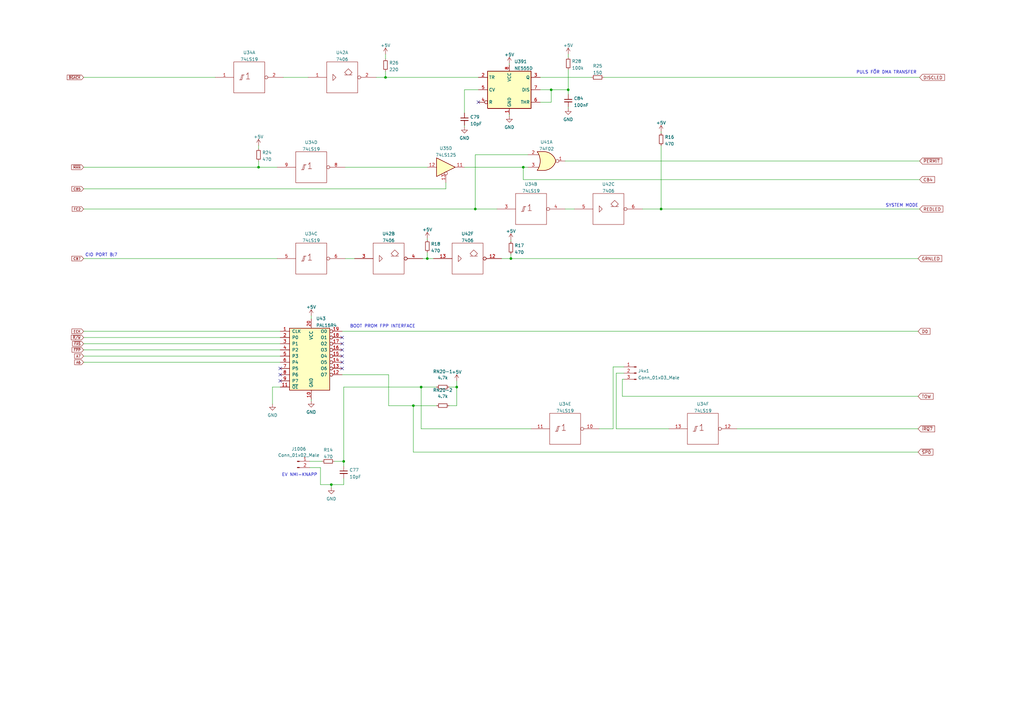
<source format=kicad_sch>
(kicad_sch (version 20211123) (generator eeschema)
  (paper "A3")
  (lib_symbols
    (symbol "74xx:74LS02" (pin_names (offset 1.016))
      (property "Reference" "U" (at 0 1.27 0))
      (property "Value" "74LS02" (at 0 -1.27 0))
      (symbol "74LS02_1_1"
        (arc (start -3.81 -3.81) (mid -2.589 0) (end -3.81 3.81) (stroke (width 0.254)))
        (arc (start -0.6096 -3.81) (mid 2.1842 -2.5851) (end 3.81 0) (stroke (width 0.254)) (fill (type background)))
        (polyline (pts (xy -3.81 -3.81) (xy -0.635 -3.81)) (stroke (width 0.254)) (fill (type background)))
        (polyline (pts (xy -3.81 3.81) (xy -0.635 3.81)) (stroke (width 0.254)) (fill (type background)))
        (polyline (pts (xy -0.635 3.81) (xy -3.81 3.81) (xy -3.81 3.81) (xy -3.556 3.4036) (xy -3.0226 2.2606) (xy -2.6924 1.0414) (xy -2.6162 -0.254) (xy -2.7686 -1.4986) (xy -3.175 -2.7178) (xy -3.81 -3.81) (xy -3.81 -3.81) (xy -0.635 -3.81)) (stroke (width -25.4)) (fill (type background)))
        (arc (start 3.81 0) (mid 2.1915 2.5936) (end -0.6096 3.81) (stroke (width 0.254)) (fill (type background)))
        (pin output inverted (at 7.62 0 180) (length 3.81) (name "~") (number "1"))
        (pin input line (at -7.62 2.54 0) (length 4.318) (name "~") (number "2"))
        (pin input line (at -7.62 -2.54 0) (length 4.318) (name "~") (number "3"))
      )
      (symbol "74LS02_1_2"
        (arc (start 0 -3.81) (mid 3.81 0) (end 0 3.81) (stroke (width 0.254)) (fill (type background)))
        (polyline (pts (xy 0 3.81) (xy -3.81 3.81) (xy -3.81 -3.81) (xy 0 -3.81)) (stroke (width 0.254)) (fill (type background)))
        (pin output line (at 7.62 0 180) (length 3.81) (name "~") (number "1"))
        (pin input inverted (at -7.62 2.54 0) (length 3.81) (name "~") (number "2"))
        (pin input inverted (at -7.62 -2.54 0) (length 3.81) (name "~") (number "3"))
      )
      (symbol "74LS02_2_1"
        (arc (start -3.81 -3.81) (mid -2.589 0) (end -3.81 3.81) (stroke (width 0.254)))
        (arc (start -0.6096 -3.81) (mid 2.1842 -2.5851) (end 3.81 0) (stroke (width 0.254)) (fill (type background)))
        (polyline (pts (xy -3.81 -3.81) (xy -0.635 -3.81)) (stroke (width 0.254)) (fill (type background)))
        (polyline (pts (xy -3.81 3.81) (xy -0.635 3.81)) (stroke (width 0.254)) (fill (type background)))
        (polyline (pts (xy -0.635 3.81) (xy -3.81 3.81) (xy -3.81 3.81) (xy -3.556 3.4036) (xy -3.0226 2.2606) (xy -2.6924 1.0414) (xy -2.6162 -0.254) (xy -2.7686 -1.4986) (xy -3.175 -2.7178) (xy -3.81 -3.81) (xy -3.81 -3.81) (xy -0.635 -3.81)) (stroke (width -25.4)) (fill (type background)))
        (arc (start 3.81 0) (mid 2.1915 2.5936) (end -0.6096 3.81) (stroke (width 0.254)) (fill (type background)))
        (pin output inverted (at 7.62 0 180) (length 3.81) (name "~") (number "4"))
        (pin input line (at -7.62 2.54 0) (length 4.318) (name "~") (number "5"))
        (pin input line (at -7.62 -2.54 0) (length 4.318) (name "~") (number "6"))
      )
      (symbol "74LS02_2_2"
        (arc (start 0 -3.81) (mid 3.81 0) (end 0 3.81) (stroke (width 0.254)) (fill (type background)))
        (polyline (pts (xy 0 3.81) (xy -3.81 3.81) (xy -3.81 -3.81) (xy 0 -3.81)) (stroke (width 0.254)) (fill (type background)))
        (pin output line (at 7.62 0 180) (length 3.81) (name "~") (number "4"))
        (pin input inverted (at -7.62 2.54 0) (length 3.81) (name "~") (number "5"))
        (pin input inverted (at -7.62 -2.54 0) (length 3.81) (name "~") (number "6"))
      )
      (symbol "74LS02_3_1"
        (arc (start -3.81 -3.81) (mid -2.589 0) (end -3.81 3.81) (stroke (width 0.254)))
        (arc (start -0.6096 -3.81) (mid 2.1842 -2.5851) (end 3.81 0) (stroke (width 0.254)) (fill (type background)))
        (polyline (pts (xy -3.81 -3.81) (xy -0.635 -3.81)) (stroke (width 0.254)) (fill (type background)))
        (polyline (pts (xy -3.81 3.81) (xy -0.635 3.81)) (stroke (width 0.254)) (fill (type background)))
        (polyline (pts (xy -0.635 3.81) (xy -3.81 3.81) (xy -3.81 3.81) (xy -3.556 3.4036) (xy -3.0226 2.2606) (xy -2.6924 1.0414) (xy -2.6162 -0.254) (xy -2.7686 -1.4986) (xy -3.175 -2.7178) (xy -3.81 -3.81) (xy -3.81 -3.81) (xy -0.635 -3.81)) (stroke (width -25.4)) (fill (type background)))
        (arc (start 3.81 0) (mid 2.1915 2.5936) (end -0.6096 3.81) (stroke (width 0.254)) (fill (type background)))
        (pin output inverted (at 7.62 0 180) (length 3.81) (name "~") (number "10"))
        (pin input line (at -7.62 2.54 0) (length 4.318) (name "~") (number "8"))
        (pin input line (at -7.62 -2.54 0) (length 4.318) (name "~") (number "9"))
      )
      (symbol "74LS02_3_2"
        (arc (start 0 -3.81) (mid 3.81 0) (end 0 3.81) (stroke (width 0.254)) (fill (type background)))
        (polyline (pts (xy 0 3.81) (xy -3.81 3.81) (xy -3.81 -3.81) (xy 0 -3.81)) (stroke (width 0.254)) (fill (type background)))
        (pin output line (at 7.62 0 180) (length 3.81) (name "~") (number "10"))
        (pin input inverted (at -7.62 2.54 0) (length 3.81) (name "~") (number "8"))
        (pin input inverted (at -7.62 -2.54 0) (length 3.81) (name "~") (number "9"))
      )
      (symbol "74LS02_4_1"
        (arc (start -3.81 -3.81) (mid -2.589 0) (end -3.81 3.81) (stroke (width 0.254)))
        (arc (start -0.6096 -3.81) (mid 2.1842 -2.5851) (end 3.81 0) (stroke (width 0.254)) (fill (type background)))
        (polyline (pts (xy -3.81 -3.81) (xy -0.635 -3.81)) (stroke (width 0.254)) (fill (type background)))
        (polyline (pts (xy -3.81 3.81) (xy -0.635 3.81)) (stroke (width 0.254)) (fill (type background)))
        (polyline (pts (xy -0.635 3.81) (xy -3.81 3.81) (xy -3.81 3.81) (xy -3.556 3.4036) (xy -3.0226 2.2606) (xy -2.6924 1.0414) (xy -2.6162 -0.254) (xy -2.7686 -1.4986) (xy -3.175 -2.7178) (xy -3.81 -3.81) (xy -3.81 -3.81) (xy -0.635 -3.81)) (stroke (width -25.4)) (fill (type background)))
        (arc (start 3.81 0) (mid 2.1915 2.5936) (end -0.6096 3.81) (stroke (width 0.254)) (fill (type background)))
        (pin input line (at -7.62 2.54 0) (length 4.318) (name "~") (number "11"))
        (pin input line (at -7.62 -2.54 0) (length 4.318) (name "~") (number "12"))
        (pin output inverted (at 7.62 0 180) (length 3.81) (name "~") (number "13"))
      )
      (symbol "74LS02_4_2"
        (arc (start 0 -3.81) (mid 3.81 0) (end 0 3.81) (stroke (width 0.254)) (fill (type background)))
        (polyline (pts (xy 0 3.81) (xy -3.81 3.81) (xy -3.81 -3.81) (xy 0 -3.81)) (stroke (width 0.254)) (fill (type background)))
        (pin input inverted (at -7.62 2.54 0) (length 3.81) (name "~") (number "11"))
        (pin input inverted (at -7.62 -2.54 0) (length 3.81) (name "~") (number "12"))
        (pin output line (at 7.62 0 180) (length 3.81) (name "~") (number "13"))
      )
      (symbol "74LS02_5_0"
        (pin power_in line (at 0 12.7 270) (length 5.08) (name "VCC") (number "14"))
        (pin power_in line (at 0 -12.7 90) (length 5.08) (name "GND") (number "7"))
      )
      (symbol "74LS02_5_1"
        (rectangle (start -5.08 7.62) (end 5.08 -7.62) (stroke (width 0.254)) (fill (type background)))
      )
    )
    (symbol "74xx:74LS125" (pin_names (offset 1.016))
      (property "Reference" "U" (at 0 1.27 0))
      (property "Value" "74LS125" (at 0 -1.27 0))
      (symbol "74LS125_1_0"
        (polyline (pts (xy -3.81 3.81) (xy -3.81 -3.81) (xy 3.81 0) (xy -3.81 3.81)) (stroke (width 0.254)) (fill (type background)))
        (pin input inverted (at 0 -6.35 90) (length 4.445) (name "~") (number "1"))
        (pin input line (at -7.62 0 0) (length 3.81) (name "~") (number "2"))
        (pin tri_state line (at 7.62 0 180) (length 3.81) (name "~") (number "3"))
      )
      (symbol "74LS125_2_0"
        (polyline (pts (xy -3.81 3.81) (xy -3.81 -3.81) (xy 3.81 0) (xy -3.81 3.81)) (stroke (width 0.254)) (fill (type background)))
        (pin input inverted (at 0 -6.35 90) (length 4.445) (name "~") (number "4"))
        (pin input line (at -7.62 0 0) (length 3.81) (name "~") (number "5"))
        (pin tri_state line (at 7.62 0 180) (length 3.81) (name "~") (number "6"))
      )
      (symbol "74LS125_3_0"
        (polyline (pts (xy -3.81 3.81) (xy -3.81 -3.81) (xy 3.81 0) (xy -3.81 3.81)) (stroke (width 0.254)) (fill (type background)))
        (pin input inverted (at 0 -6.35 90) (length 4.445) (name "~") (number "10"))
        (pin tri_state line (at 7.62 0 180) (length 3.81) (name "~") (number "8"))
        (pin input line (at -7.62 0 0) (length 3.81) (name "~") (number "9"))
      )
      (symbol "74LS125_4_0"
        (polyline (pts (xy -3.81 3.81) (xy -3.81 -3.81) (xy 3.81 0) (xy -3.81 3.81)) (stroke (width 0.254)) (fill (type background)))
        (pin tri_state line (at 7.62 0 180) (length 3.81) (name "~") (number "11"))
        (pin input line (at -7.62 0 0) (length 3.81) (name "~") (number "12"))
        (pin input inverted (at 0 -6.35 90) (length 4.445) (name "~") (number "13"))
      )
      (symbol "74LS125_5_0"
        (pin power_in line (at 0 12.7 270) (length 5.08) (name "VCC") (number "14"))
        (pin power_in line (at 0 -12.7 90) (length 5.08) (name "GND") (number "7"))
      )
      (symbol "74LS125_5_1"
        (rectangle (start -5.08 7.62) (end 5.08 -7.62) (stroke (width 0.254)) (fill (type background)))
      )
    )
    (symbol "74xx_IEEE:7406" (pin_names (offset 0.762))
      (property "Reference" "U" (at 3.81 7.62 0))
      (property "Value" "7406" (at 6.35 -8.89 0))
      (symbol "7406_0_0"
        (polyline (pts (xy -3.81 1.27) (xy -3.81 -1.27) (xy -2.54 0) (xy -3.81 1.27) (xy -3.81 1.27)))
        (polyline (pts (xy 3.048 1.016) (xy 4.064 2.032) (xy 2.54 3.556) (xy 1.016 2.032) (xy 2.032 1.016) (xy 1.016 1.016) (xy 4.064 1.016) (xy 4.064 1.016)))
      )
      (symbol "7406_0_1"
        (rectangle (start -6.35 6.35) (end 6.35 -6.35))
        (pin power_in line (at 0 6.35 270) (length 0) hide (name "Vcc") (number "14"))
        (pin power_in line (at 0 -6.35 90) (length 0) hide (name "Gnd") (number "7"))
      )
      (symbol "7406_1_1"
        (pin input line (at -13.97 0 0) (length 7.62) (name "~") (number "1"))
        (pin open_collector inverted (at 13.97 0 180) (length 7.62) (name "~") (number "2"))
      )
      (symbol "7406_2_1"
        (pin input line (at -13.97 0 0) (length 7.62) (name "~") (number "3"))
        (pin open_collector inverted (at 13.97 0 180) (length 7.62) (name "~") (number "4"))
      )
      (symbol "7406_3_1"
        (pin input line (at -13.97 0 0) (length 7.62) (name "~") (number "5"))
        (pin open_collector inverted (at 13.97 0 180) (length 7.62) (name "~") (number "6"))
      )
      (symbol "7406_4_1"
        (pin open_collector inverted (at 13.97 0 180) (length 7.62) (name "~") (number "8"))
        (pin input line (at -13.97 0 0) (length 7.62) (name "~") (number "9"))
      )
      (symbol "7406_5_1"
        (pin open_collector inverted (at 13.97 0 180) (length 7.62) (name "~") (number "10"))
        (pin input line (at -13.97 0 0) (length 7.62) (name "~") (number "11"))
      )
      (symbol "7406_6_1"
        (pin open_collector inverted (at 13.97 0 180) (length 7.62) (name "~") (number "12"))
        (pin input line (at -13.97 0 0) (length 7.62) (name "~") (number "13"))
      )
    )
    (symbol "74xx_IEEE:74LS19" (pin_names (offset 0.762))
      (property "Reference" "U" (at 3.81 7.62 0))
      (property "Value" "74LS19" (at 5.08 -7.62 0))
      (symbol "74LS19_0_0"
        (polyline (pts (xy -4.064 -1.016) (xy -3.048 -1.016) (xy -2.54 1.016) (xy -2.032 1.016) (xy -3.048 1.016) (xy -3.556 -1.016) (xy -3.556 -1.016)))
        (text "1" (at -0.508 0.508 0) (effects (font (size 2.54 2.54))))
      )
      (symbol "74LS19_0_1"
        (rectangle (start -6.35 6.35) (end 6.35 -6.35))
        (pin power_in line (at 0 6.35 270) (length 0) hide (name "Vcc") (number "14"))
        (pin power_in line (at 0 -6.35 90) (length 0) hide (name "Gnd") (number "7"))
      )
      (symbol "74LS19_1_1"
        (pin input line (at -13.97 0 0) (length 7.62) (name "~") (number "1"))
        (pin output inverted (at 13.97 0 180) (length 7.62) (name "~") (number "2"))
      )
      (symbol "74LS19_2_1"
        (pin input line (at -13.97 0 0) (length 7.62) (name "~") (number "3"))
        (pin output inverted (at 13.97 0 180) (length 7.62) (name "~") (number "4"))
      )
      (symbol "74LS19_3_1"
        (pin input line (at -13.97 0 0) (length 7.62) (name "~") (number "5"))
        (pin output inverted (at 13.97 0 180) (length 7.62) (name "~") (number "6"))
      )
      (symbol "74LS19_4_1"
        (pin output inverted (at 13.97 0 180) (length 7.62) (name "~") (number "8"))
        (pin input line (at -13.97 0 0) (length 7.62) (name "~") (number "9"))
      )
      (symbol "74LS19_5_1"
        (pin output inverted (at 13.97 0 180) (length 7.62) (name "~") (number "10"))
        (pin input line (at -13.97 0 0) (length 7.62) (name "~") (number "11"))
      )
      (symbol "74LS19_6_1"
        (pin output inverted (at 13.97 0 180) (length 7.62) (name "~") (number "12"))
        (pin input line (at -13.97 0 0) (length 7.62) (name "~") (number "13"))
      )
    )
    (symbol "Connector:Conn_01x02_Male" (pin_names (offset 1.016) hide)
      (property "Reference" "J" (at 0 2.54 0))
      (property "Value" "Conn_01x02_Male" (at 0 -5.08 0))
      (symbol "Conn_01x02_Male_1_1"
        (polyline (pts (xy 1.27 -2.54) (xy 0.8636 -2.54)) (stroke (width 0.1524)))
        (polyline (pts (xy 1.27 0) (xy 0.8636 0)) (stroke (width 0.1524)))
        (rectangle (start 0.8636 -2.413) (end 0 -2.667) (stroke (width 0.1524)) (fill (type outline)))
        (rectangle (start 0.8636 0.127) (end 0 -0.127) (stroke (width 0.1524)) (fill (type outline)))
        (pin passive line (at 5.08 0 180) (length 3.81) (name "Pin_1") (number "1"))
        (pin passive line (at 5.08 -2.54 180) (length 3.81) (name "Pin_2") (number "2"))
      )
    )
    (symbol "Connector:Conn_01x03_Male" (pin_names (offset 1.016) hide)
      (property "Reference" "J" (at 0 5.08 0))
      (property "Value" "Conn_01x03_Male" (at 0 -5.08 0))
      (symbol "Conn_01x03_Male_1_1"
        (polyline (pts (xy 1.27 -2.54) (xy 0.8636 -2.54)) (stroke (width 0.1524)))
        (polyline (pts (xy 1.27 0) (xy 0.8636 0)) (stroke (width 0.1524)))
        (polyline (pts (xy 1.27 2.54) (xy 0.8636 2.54)) (stroke (width 0.1524)))
        (rectangle (start 0.8636 -2.413) (end 0 -2.667) (stroke (width 0.1524)) (fill (type outline)))
        (rectangle (start 0.8636 0.127) (end 0 -0.127) (stroke (width 0.1524)) (fill (type outline)))
        (rectangle (start 0.8636 2.667) (end 0 2.413) (stroke (width 0.1524)) (fill (type outline)))
        (pin passive line (at 5.08 2.54 180) (length 3.81) (name "Pin_1") (number "1"))
        (pin passive line (at 5.08 0 180) (length 3.81) (name "Pin_2") (number "2"))
        (pin passive line (at 5.08 -2.54 180) (length 3.81) (name "Pin_3") (number "3"))
      )
    )
    (symbol "Device:C_Small" (pin_numbers hide) (pin_names (offset 0.254) hide)
      (property "Reference" "C" (at 0.254 1.778 0))
      (property "Value" "C_Small" (at 0.254 -2.032 0))
      (symbol "C_Small_0_1"
        (polyline (pts (xy -1.524 -0.508) (xy 1.524 -0.508)) (stroke (width 0.3302)))
        (polyline (pts (xy -1.524 0.508) (xy 1.524 0.508)) (stroke (width 0.3048)))
      )
      (symbol "C_Small_1_1"
        (pin passive line (at 0 2.54 270) (length 2.032) (name "~") (number "1"))
        (pin passive line (at 0 -2.54 90) (length 2.032) (name "~") (number "2"))
      )
    )
    (symbol "Device:R_Small" (pin_numbers hide) (pin_names (offset 0.254) hide)
      (property "Reference" "R" (at 0.762 0.508 0))
      (property "Value" "R_Small" (at 0.762 -1.016 0))
      (symbol "R_Small_0_1"
        (rectangle (start -0.762 1.778) (end 0.762 -1.778) (stroke (width 0.2032)))
      )
      (symbol "R_Small_1_1"
        (pin passive line (at 0 2.54 270) (length 0.762) (name "~") (number "1"))
        (pin passive line (at 0 -2.54 90) (length 0.762) (name "~") (number "2"))
      )
    )
    (symbol "Timer:NE555D"
      (property "Reference" "U" (at -10.16 8.89 0))
      (property "Value" "NE555D" (at 2.54 8.89 0))
      (symbol "NE555D_0_0"
        (pin power_in line (at 0 -10.16 90) (length 2.54) (name "GND") (number "1"))
        (pin power_in line (at 0 10.16 270) (length 2.54) (name "VCC") (number "8"))
      )
      (symbol "NE555D_0_1"
        (rectangle (start -8.89 -7.62) (end 8.89 7.62) (stroke (width 0.254)) (fill (type background)))
        (rectangle (start -8.89 -7.62) (end 8.89 7.62) (stroke (width 0.254)) (fill (type background)))
      )
      (symbol "NE555D_1_1"
        (pin input line (at -12.7 5.08 0) (length 3.81) (name "TR") (number "2"))
        (pin output line (at 12.7 5.08 180) (length 3.81) (name "Q") (number "3"))
        (pin input inverted (at -12.7 -5.08 0) (length 3.81) (name "R") (number "4"))
        (pin input line (at -12.7 0 0) (length 3.81) (name "CV") (number "5"))
        (pin input line (at 12.7 -5.08 180) (length 3.81) (name "THR") (number "6"))
        (pin input line (at 12.7 0 180) (length 3.81) (name "DIS") (number "7"))
      )
    )
    (symbol "power:+5V" (power) (pin_names (offset 0))
      (property "Value" "+5V" (at 0 3.556 0))
      (symbol "+5V_0_1"
        (polyline (pts (xy -0.762 1.27) (xy 0 2.54)))
        (polyline (pts (xy 0 0) (xy 0 2.54)))
        (polyline (pts (xy 0 2.54) (xy 0.762 1.27)))
      )
      (symbol "+5V_1_1"
        (pin power_in line (at 0 0 90) (length 0) hide (name "+5V") (number "1"))
      )
    )
    (symbol "power:GND" (power) (pin_names (offset 0))
      (property "Value" "GND" (at 0 -3.81 0))
      (symbol "GND_0_1"
        (polyline (pts (xy 0 0) (xy 0 -1.27) (xy 1.27 -1.27) (xy 0 -2.54) (xy -1.27 -1.27) (xy 0 -1.27)))
      )
      (symbol "GND_1_1"
        (pin power_in line (at 0 0 270) (length 0) hide (name "GND") (number "1"))
      )
    )
    (symbol "x37:PAL16R4" (pin_names (offset 1.016))
      (property "Reference" "U" (at -8.89 16.51 0))
      (property "Value" "PAL16R4" (at 1.27 16.51 0))
      (symbol "PAL16R4_0_0"
        (pin power_in line (at 0 -15.24 90) (length 3.81) (name "GND") (number "10"))
        (pin power_in line (at 0 17.78 270) (length 3.81) (name "VCC") (number "20"))
      )
      (symbol "PAL16R4_0_1"
        (rectangle (start -8.89 13.97) (end 7.62 -11.43) (stroke (width 0.254)) (fill (type background)))
      )
      (symbol "PAL16R4_1_1"
        (pin input line (at -12.7 12.7 0) (length 3.81) (name "CLK") (number "1"))
        (pin input line (at -12.7 -10.16 0) (length 3.81) (name "~{OE}") (number "11"))
        (pin tri_state inverted (at 12.7 -5.08 180) (length 5.08) (name "O7") (number "12"))
        (pin tri_state inverted (at 12.7 -2.54 180) (length 5.08) (name "O6") (number "13"))
        (pin tri_state inverted (at 12.7 0 180) (length 5.08) (name "O5") (number "14"))
        (pin tri_state inverted (at 12.7 2.54 180) (length 5.08) (name "O4") (number "15"))
        (pin tri_state inverted (at 12.7 5.08 180) (length 5.08) (name "O3") (number "16"))
        (pin tri_state inverted (at 12.7 7.62 180) (length 5.08) (name "O2") (number "17"))
        (pin tri_state inverted (at 12.7 10.16 180) (length 5.08) (name "O1") (number "18"))
        (pin tri_state inverted (at 12.7 12.7 180) (length 5.08) (name "O0") (number "19"))
        (pin input line (at -12.7 10.16 0) (length 3.81) (name "P0") (number "2"))
        (pin input line (at -12.7 7.62 0) (length 3.81) (name "P1") (number "3"))
        (pin input line (at -12.7 5.08 0) (length 3.81) (name "P2") (number "4"))
        (pin input line (at -12.7 2.54 0) (length 3.81) (name "P3") (number "5"))
        (pin input line (at -12.7 0 0) (length 3.81) (name "P4") (number "6"))
        (pin input line (at -12.7 -2.54 0) (length 3.81) (name "P5") (number "7"))
        (pin input line (at -12.7 -5.08 0) (length 3.81) (name "P6") (number "8"))
        (pin input line (at -12.7 -7.62 0) (length 3.81) (name "P7") (number "9"))
      )
    )
  )
  (junction (at 233.045 36.83))
  (junction (at 209.55 106.045))
  (junction (at 194.945 85.725))
  (junction (at 106.045 68.58))
  (junction (at 172.72 158.75))
  (junction (at 187.325 158.75))
  (junction (at 271.145 85.725))
  (junction (at 214.63 68.58))
  (junction (at 158.115 31.75))
  (junction (at 140.97 189.23))
  (junction (at 135.89 198.755))
  (junction (at 175.26 106.045))
  (junction (at 226.06 36.83))
  (junction (at 169.545 166.37))
  (no_connect (at 140.335 143.51))
  (no_connect (at 140.335 138.43))
  (no_connect (at 140.335 146.05))
  (no_connect (at 196.215 41.91))
  (no_connect (at 114.935 153.67))
  (no_connect (at 114.935 151.13))
  (no_connect (at 140.335 151.13))
  (no_connect (at 140.335 140.97))
  (no_connect (at 140.335 148.59))
  (no_connect (at 114.935 156.21))
  (wire (pts (xy 158.115 31.75) (xy 158.115 29.21)))
  (wire (pts (xy 233.045 36.83) (xy 233.045 38.735)))
  (wire (pts (xy 190.5 51.435) (xy 190.5 52.07)))
  (wire (pts (xy 172.72 175.895) (xy 217.805 175.895)))
  (wire (pts (xy 127.635 163.83) (xy 127.635 164.465)))
  (wire (pts (xy 34.29 140.97) (xy 114.935 140.97)))
  (wire (pts (xy 175.26 103.505) (xy 175.26 106.045)))
  (wire (pts (xy 252.73 175.895) (xy 274.32 175.895)))
  (wire (pts (xy 34.29 143.51) (xy 114.935 143.51)))
  (wire (pts (xy 252.73 153.035) (xy 252.73 175.895)))
  (wire (pts (xy 140.97 189.23) (xy 140.97 158.75)))
  (wire (pts (xy 34.29 31.75) (xy 88.265 31.75)))
  (wire (pts (xy 34.29 68.58) (xy 106.045 68.58)))
  (wire (pts (xy 255.27 155.575) (xy 255.27 162.56)))
  (wire (pts (xy 187.325 166.37) (xy 187.325 158.75)))
  (wire (pts (xy 271.145 59.69) (xy 271.145 85.725)))
  (wire (pts (xy 209.55 98.425) (xy 209.55 99.06)))
  (wire (pts (xy 302.26 175.895) (xy 376.555 175.895)))
  (wire (pts (xy 169.545 166.37) (xy 179.07 166.37)))
  (wire (pts (xy 106.045 66.04) (xy 106.045 68.58)))
  (wire (pts (xy 194.945 63.5) (xy 216.535 63.5)))
  (wire (pts (xy 34.29 106.045) (xy 113.665 106.045)))
  (wire (pts (xy 184.15 158.75) (xy 187.325 158.75)))
  (wire (pts (xy 141.605 106.045) (xy 145.415 106.045)))
  (wire (pts (xy 140.97 189.23) (xy 140.97 191.135)))
  (wire (pts (xy 116.205 31.75) (xy 126.365 31.75)))
  (wire (pts (xy 154.305 31.75) (xy 158.115 31.75)))
  (wire (pts (xy 140.335 135.89) (xy 376.555 135.89)))
  (wire (pts (xy 190.5 36.83) (xy 196.215 36.83)))
  (wire (pts (xy 172.72 158.75) (xy 179.07 158.75)))
  (wire (pts (xy 135.89 198.755) (xy 140.97 198.755)))
  (wire (pts (xy 377.19 73.66) (xy 214.63 73.66)))
  (wire (pts (xy 106.045 68.58) (xy 113.665 68.58)))
  (wire (pts (xy 231.775 85.725) (xy 235.585 85.725)))
  (wire (pts (xy 271.145 85.725) (xy 377.19 85.725)))
  (wire (pts (xy 233.045 22.225) (xy 233.045 23.495)))
  (wire (pts (xy 127 189.23) (xy 132.08 189.23)))
  (wire (pts (xy 141.605 68.58) (xy 175.26 68.58)))
  (wire (pts (xy 233.045 43.815) (xy 233.045 44.45)))
  (wire (pts (xy 34.29 148.59) (xy 114.935 148.59)))
  (wire (pts (xy 135.89 198.755) (xy 135.89 200.025)))
  (wire (pts (xy 175.26 106.045) (xy 177.8 106.045)))
  (wire (pts (xy 140.97 158.75) (xy 172.72 158.75)))
  (wire (pts (xy 226.06 41.91) (xy 221.615 41.91)))
  (wire (pts (xy 208.915 26.035) (xy 208.915 26.67)))
  (wire (pts (xy 194.945 85.725) (xy 203.835 85.725)))
  (wire (pts (xy 255.905 155.575) (xy 255.27 155.575)))
  (wire (pts (xy 137.16 189.23) (xy 140.97 189.23)))
  (wire (pts (xy 184.15 166.37) (xy 187.325 166.37)))
  (wire (pts (xy 127.635 129.54) (xy 127.635 130.81)))
  (wire (pts (xy 158.115 31.75) (xy 196.215 31.75)))
  (wire (pts (xy 209.55 106.045) (xy 376.555 106.045)))
  (wire (pts (xy 169.545 185.42) (xy 376.555 185.42)))
  (wire (pts (xy 214.63 68.58) (xy 214.63 73.66)))
  (wire (pts (xy 34.29 85.725) (xy 194.945 85.725)))
  (wire (pts (xy 34.29 135.89) (xy 114.935 135.89)))
  (wire (pts (xy 182.88 77.47) (xy 34.29 77.47)))
  (wire (pts (xy 226.06 36.83) (xy 226.06 41.91)))
  (wire (pts (xy 245.745 175.895) (xy 251.46 175.895)))
  (wire (pts (xy 173.355 106.045) (xy 175.26 106.045)))
  (wire (pts (xy 190.5 68.58) (xy 214.63 68.58)))
  (wire (pts (xy 131.445 198.755) (xy 135.89 198.755)))
  (wire (pts (xy 226.06 36.83) (xy 233.045 36.83)))
  (wire (pts (xy 194.945 63.5) (xy 194.945 85.725)))
  (wire (pts (xy 172.72 158.75) (xy 172.72 175.895)))
  (wire (pts (xy 247.65 31.75) (xy 377.19 31.75)))
  (wire (pts (xy 231.775 66.04) (xy 377.19 66.04)))
  (wire (pts (xy 209.55 106.045) (xy 209.55 104.14)))
  (wire (pts (xy 251.46 150.495) (xy 255.905 150.495)))
  (wire (pts (xy 190.5 46.355) (xy 190.5 36.83)))
  (wire (pts (xy 233.045 28.575) (xy 233.045 36.83)))
  (wire (pts (xy 106.045 59.69) (xy 106.045 60.96)))
  (wire (pts (xy 158.115 22.225) (xy 158.115 24.13)))
  (wire (pts (xy 34.29 146.05) (xy 114.935 146.05)))
  (wire (pts (xy 187.325 158.75) (xy 187.325 156.21)))
  (wire (pts (xy 255.905 153.035) (xy 252.73 153.035)))
  (wire (pts (xy 263.525 85.725) (xy 271.145 85.725)))
  (wire (pts (xy 34.29 138.43) (xy 114.935 138.43)))
  (wire (pts (xy 159.385 166.37) (xy 169.545 166.37)))
  (wire (pts (xy 205.74 106.045) (xy 209.55 106.045)))
  (wire (pts (xy 182.88 74.93) (xy 182.88 77.47)))
  (wire (pts (xy 214.63 68.58) (xy 216.535 68.58)))
  (wire (pts (xy 221.615 36.83) (xy 226.06 36.83)))
  (wire (pts (xy 221.615 31.75) (xy 242.57 31.75)))
  (wire (pts (xy 251.46 175.895) (xy 251.46 150.495)))
  (wire (pts (xy 131.445 191.77) (xy 131.445 198.755)))
  (wire (pts (xy 255.27 162.56) (xy 376.555 162.56)))
  (wire (pts (xy 127 191.77) (xy 131.445 191.77)))
  (wire (pts (xy 140.335 153.67) (xy 159.385 153.67)))
  (wire (pts (xy 208.915 46.99) (xy 208.915 47.625)))
  (wire (pts (xy 111.76 165.735) (xy 111.76 158.75)))
  (wire (pts (xy 111.76 158.75) (xy 114.935 158.75)))
  (wire (pts (xy 159.385 153.67) (xy 159.385 166.37)))
  (wire (pts (xy 169.545 166.37) (xy 169.545 185.42)))
  (wire (pts (xy 175.26 97.79) (xy 175.26 98.425)))
  (wire (pts (xy 140.97 198.755) (xy 140.97 196.215)))
  (wire (pts (xy 271.145 53.975) (xy 271.145 54.61)))
  (text "EV NMI-KNAPP" (at 115.57 195.58 0) (effects (font (size 1.27 1.27)) (justify left bottom)))
  (text "BOOT PROM FPP INTERFACE" (at 143.51 134.62 0) (effects (font (size 1.27 1.27)) (justify left bottom)))
  (text "PULS FÖR DMA TRANSFER" (at 351.155 30.48 0) (effects (font (size 1.27 1.27)) (justify left bottom)))
  (text "CIO PORT B:7" (at 34.925 105.41 0) (effects (font (size 1.27 1.27)) (justify left bottom)))
  (text "SYSTEM MODE" (at 363.22 85.09 0) (effects (font (size 1.27 1.27)) (justify left bottom)))
  (global_label "TOW" (shape input) (at 376.555 162.56 0) (property "Intersheet References" "${INTERSHEET_REFS}" (effects hide)))
  (global_label "A7" (shape input) (at 34.29 146.05 180) (effects (font (size 1 1))) (property "Intersheet References" "${INTERSHEET_REFS}" (effects hide)))
  (global_label "~{FPP}" (shape input) (at 34.29 143.51 180) (effects (font (size 1 1))) (property "Intersheet References" "${INTERSHEET_REFS}" (effects hide)))
  (global_label "FC2" (shape input) (at 34.29 85.725 180) (effects (font (size 1 1))) (property "Intersheet References" "${INTERSHEET_REFS}" (effects hide)))
  (global_label "ECK" (shape input) (at 34.29 135.89 180) (effects (font (size 1 1))) (property "Intersheet References" "${INTERSHEET_REFS}" (effects hide)))
  (global_label "CB5" (shape input) (at 34.29 77.47 180) (effects (font (size 1 1))) (property "Intersheet References" "${INTERSHEET_REFS}" (effects hide)))
  (global_label "~{PERMIT}" (shape input) (at 377.19 66.04 0) (property "Intersheet References" "${INTERSHEET_REFS}" (effects hide)))
  (global_label "REDLED" (shape input) (at 377.19 85.725 0) (property "Intersheet References" "${INTERSHEET_REFS}" (effects hide)))
  (global_label "~{IRQ7}" (shape input) (at 376.555 175.895 0) (property "Intersheet References" "${INTERSHEET_REFS}" (effects hide)))
  (global_label "A6" (shape input) (at 34.29 148.59 180) (effects (font (size 1 1))) (property "Intersheet References" "${INTERSHEET_REFS}" (effects hide)))
  (global_label "~{SP0}" (shape input) (at 376.555 185.42 0) (property "Intersheet References" "${INTERSHEET_REFS}" (effects hide)))
  (global_label "~{FAS}" (shape input) (at 34.29 140.97 180) (effects (font (size 1 1))) (property "Intersheet References" "${INTERSHEET_REFS}" (effects hide)))
  (global_label "~{MAN}" (shape input) (at 34.29 68.58 180) (effects (font (size 1 1))) (property "Intersheet References" "${INTERSHEET_REFS}" (effects hide)))
  (global_label "GRNLED" (shape input) (at 376.555 106.045 0) (property "Intersheet References" "${INTERSHEET_REFS}" (effects hide)))
  (global_label "CB7" (shape input) (at 34.29 106.045 180) (effects (font (size 1 1))) (property "Intersheet References" "${INTERSHEET_REFS}" (effects hide)))
  (global_label "DISCLED" (shape input) (at 377.19 31.75 0) (property "Intersheet References" "${INTERSHEET_REFS}" (effects hide)))
  (global_label "~{BGACK}" (shape input) (at 34.29 31.75 180) (effects (font (size 1 1))) (property "Intersheet References" "${INTERSHEET_REFS}" (effects hide)))
  (global_label "CB4" (shape input) (at 377.19 73.66 0) (property "Intersheet References" "${INTERSHEET_REFS}" (effects hide)))
  (global_label "~{R{slash}W}" (shape input) (at 34.29 138.43 180) (effects (font (size 1 1))) (property "Intersheet References" "${INTERSHEET_REFS}" (effects hide)))
  (global_label "D0" (shape input) (at 376.555 135.89 0) (property "Intersheet References" "${INTERSHEET_REFS}" (effects hide)))
  (symbol (lib_id "Device:C_Small") (at 140.97 193.675 0) (unit 1)
    (property "Reference" "C77" (at 143.2941 192.7728 0) (effects (justify left)))
    (property "Value" "10pF" (at 143.2941 195.5479 0) (effects (justify left)))
    (property "Footprint" "Capacitor_SMD:C_0402_1005Metric" (effects hide))
  )
  (symbol (lib_id "74xx_IEEE:74LS19") (at 127.635 68.58 0) (unit 4)
    (property "Reference" "U34" (at 127.635 58.3905 0))
    (property "Value" "74LS19" (at 127.635 61.1656 0))
    (property "Footprint" "Package_DIP:DIP-14_W7.62mm" (effects hide))
  )
  (symbol (lib_id "74xx:74LS02") (at 224.155 66.04 0) (unit 1)
    (property "Reference" "U41" (at 224.155 58.2635 0))
    (property "Value" "74F02" (at 224.155 61.0386 0))
    (property "Footprint" "Package_DIP:DIP-14_W7.62mm" (effects hide))
    (property "Datasheet" "http://www.ti.com/lit/gpn/sn74ls02" (effects hide))
  )
  (symbol (lib_id "74xx_IEEE:74LS19") (at 288.29 175.895 0) (unit 6)
    (property "Reference" "U34" (at 288.29 165.7055 0))
    (property "Value" "74LS19" (at 288.29 168.4806 0))
    (property "Footprint" "Package_DIP:DIP-14_W7.62mm" (effects hide))
  )
  (symbol (lib_id "74xx_IEEE:7406") (at 191.77 106.045 0) (unit 6)
    (property "Reference" "U42" (at 191.77 95.8555 0))
    (property "Value" "7406" (at 191.77 98.6306 0))
    (property "Footprint" "Package_DIP:DIP-14_W7.62mm" (effects hide))
  )
  (symbol (lib_id "power:+5V") (at 175.26 97.79 0) (unit 1)
    (property "Reference" "#PWR0184" (effects hide))
    (property "Value" "+5V" (at 175.26 94.1855 0))
  )
  (symbol (lib_id "Device:R_Small") (at 134.62 189.23 90) (unit 1)
    (property "Reference" "R14" (at 134.62 184.5269 90))
    (property "Value" "470" (at 134.62 187.302 90))
    (property "Footprint" "Resistor_SMD:R_0402_1005Metric" (effects hide))
  )
  (symbol (lib_id "power:GND") (at 135.89 200.025 0) (unit 1)
    (property "Reference" "#PWR0189" (effects hide))
    (property "Value" "GND" (at 135.89 204.5875 0))
  )
  (symbol (lib_id "power:+5V") (at 187.325 156.21 0) (unit 1)
    (property "Reference" "#PWR0186" (effects hide))
    (property "Value" "+5V" (at 187.325 152.6055 0))
  )
  (symbol (lib_id "power:+5V") (at 127.635 129.54 0) (unit 1)
    (property "Reference" "#PWR0185" (effects hide))
    (property "Value" "+5V" (at 127.635 125.9355 0))
  )
  (symbol (lib_id "74xx_IEEE:7406") (at 140.335 31.75 0) (unit 1)
    (property "Reference" "U42" (at 140.335 21.5605 0))
    (property "Value" "7406" (at 140.335 24.3356 0))
    (property "Footprint" "Package_DIP:DIP-14_W7.62mm" (effects hide))
  )
  (symbol (lib_id "power:GND") (at 111.76 165.735 0) (unit 1)
    (property "Reference" "#PWR0187" (effects hide))
    (property "Value" "GND" (at 111.76 170.2975 0))
  )
  (symbol (lib_id "Device:R_Small") (at 106.045 63.5 0) (unit 1)
    (property "Reference" "R24" (at 107.5436 62.5915 0) (effects (justify left)))
    (property "Value" "470" (at 107.5436 65.3666 0) (effects (justify left)))
    (property "Footprint" "Resistor_SMD:R_0402_1005Metric" (effects hide))
  )
  (symbol (lib_id "Device:R_Small") (at 209.55 101.6 0) (unit 1)
    (property "Reference" "R17" (at 211.0486 100.6915 0) (effects (justify left)))
    (property "Value" "470" (at 211.0486 103.4666 0) (effects (justify left)))
    (property "Footprint" "Resistor_SMD:R_0402_1005Metric" (effects hide))
  )
  (symbol (lib_id "Device:R_Small") (at 181.61 158.75 90) (unit 1)
    (property "Reference" "RN20-1" (at 181.61 152.4 90))
    (property "Value" "4.7k" (at 181.61 154.94 90))
    (property "Footprint" "Resistor_SMD:R_0402_1005Metric" (effects hide))
  )
  (symbol (lib_id "power:+5V") (at 233.045 22.225 0) (unit 1)
    (property "Reference" "#PWR0178" (effects hide))
    (property "Value" "+5V" (at 233.045 18.6205 0))
  )
  (symbol (lib_id "74xx_IEEE:74LS19") (at 231.775 175.895 0) (unit 5)
    (property "Reference" "U34" (at 231.775 165.7055 0))
    (property "Value" "74LS19" (at 231.775 168.4806 0))
    (property "Footprint" "Package_DIP:DIP-14_W7.62mm" (effects hide))
  )
  (symbol (lib_id "Device:R_Small") (at 245.11 31.75 90) (unit 1)
    (property "Reference" "R25" (at 245.11 27.0469 90))
    (property "Value" "150" (at 245.11 29.822 90))
    (property "Footprint" "Resistor_SMD:R_0402_1005Metric" (effects hide))
  )
  (symbol (lib_id "74xx_IEEE:74LS19") (at 127.635 106.045 0) (unit 3)
    (property "Reference" "U34" (at 127.635 95.8555 0))
    (property "Value" "74LS19" (at 127.635 98.6306 0))
    (property "Footprint" "Package_DIP:DIP-14_W7.62mm" (effects hide))
  )
  (symbol (lib_id "74xx_IEEE:74LS19") (at 217.805 85.725 0) (unit 2)
    (property "Reference" "U34" (at 217.805 75.5355 0))
    (property "Value" "74LS19" (at 217.805 78.3106 0))
    (property "Footprint" "Package_DIP:DIP-14_W7.62mm" (effects hide))
  )
  (symbol (lib_id "Connector:Conn_01x03_Male") (at 260.985 153.035 0) (mirror y) (unit 1)
    (property "Reference" "J4x1" (at 261.6962 152.1265 0) (effects (justify right)))
    (property "Value" "Conn_01x03_Male" (at 261.6962 154.9016 0) (effects (justify right)))
  )
  (symbol (lib_id "Device:C_Small") (at 190.5 48.895 0) (unit 1)
    (property "Reference" "C79" (at 192.8241 47.9928 0) (effects (justify left)))
    (property "Value" "10pF" (at 192.8241 50.7679 0) (effects (justify left)))
    (property "Footprint" "Capacitor_SMD:C_0402_1005Metric" (effects hide))
  )
  (symbol (lib_id "74xx_IEEE:74LS19") (at 102.235 31.75 0) (unit 1)
    (property "Reference" "U34" (at 102.235 21.5605 0))
    (property "Value" "74LS19" (at 102.235 24.3356 0))
    (property "Footprint" "Package_DIP:DIP-14_W7.62mm" (effects hide))
  )
  (symbol (lib_id "power:GND") (at 190.5 52.07 0) (unit 1)
    (property "Reference" "#PWR0183" (effects hide))
    (property "Value" "GND" (at 190.5 56.6325 0))
  )
  (symbol (lib_id "power:+5V") (at 158.115 22.225 0) (unit 1)
    (property "Reference" "#PWR0182" (effects hide))
    (property "Value" "+5V" (at 158.115 18.6205 0))
  )
  (symbol (lib_id "power:GND") (at 127.635 164.465 0) (unit 1)
    (property "Reference" "#PWR0188" (effects hide))
    (property "Value" "GND" (at 127.635 169.0275 0))
  )
  (symbol (lib_id "power:GND") (at 208.915 47.625 0) (unit 1)
    (property "Reference" "#PWR0176" (effects hide))
    (property "Value" "GND" (at 208.915 52.1875 0))
  )
  (symbol (lib_id "power:GND") (at 233.045 44.45 0) (unit 1)
    (property "Reference" "#PWR0180" (effects hide))
    (property "Value" "GND" (at 233.045 49.0125 0))
  )
  (symbol (lib_id "Device:C_Small") (at 233.045 41.275 0) (unit 1)
    (property "Reference" "C84" (at 235.3691 40.3728 0) (effects (justify left)))
    (property "Value" "100nF" (at 235.3691 43.1479 0) (effects (justify left)))
    (property "Footprint" "Capacitor_SMD:C_0402_1005Metric" (effects hide))
  )
  (symbol (lib_id "Device:R_Small") (at 175.26 100.965 0) (unit 1)
    (property "Reference" "R18" (at 176.7586 100.0565 0) (effects (justify left)))
    (property "Value" "470" (at 176.7586 102.8316 0) (effects (justify left)))
    (property "Footprint" "Resistor_SMD:R_0402_1005Metric" (effects hide))
  )
  (symbol (lib_id "power:+5V") (at 208.915 26.035 0) (unit 1)
    (property "Reference" "#PWR0177" (effects hide))
    (property "Value" "+5V" (at 208.915 22.4305 0))
  )
  (symbol (lib_id "Device:R_Small") (at 271.145 57.15 0) (unit 1)
    (property "Reference" "R16" (at 272.6436 56.2415 0) (effects (justify left)))
    (property "Value" "470" (at 272.6436 59.0166 0) (effects (justify left)))
    (property "Footprint" "Resistor_SMD:R_0402_1005Metric" (effects hide))
  )
  (symbol (lib_id "74xx_IEEE:7406") (at 159.385 106.045 0) (unit 2)
    (property "Reference" "U42" (at 159.385 95.8555 0))
    (property "Value" "7406" (at 159.385 98.6306 0))
    (property "Footprint" "Package_DIP:DIP-14_W7.62mm" (effects hide))
  )
  (symbol (lib_id "power:+5V") (at 271.145 53.975 0) (unit 1)
    (property "Reference" "#PWR0181" (effects hide))
    (property "Value" "+5V" (at 271.145 50.3705 0))
  )
  (symbol (lib_id "Device:R_Small") (at 233.045 26.035 0) (unit 1)
    (property "Reference" "R28" (at 234.5436 25.1265 0) (effects (justify left)))
    (property "Value" "100k" (at 234.5436 27.9016 0) (effects (justify left)))
    (property "Footprint" "Resistor_SMD:R_0402_1005Metric" (effects hide))
  )
  (symbol (lib_id "Device:R_Small") (at 181.61 166.37 90) (unit 1)
    (property "Reference" "RN20-2" (at 181.61 160.02 90))
    (property "Value" "4.7k" (at 181.61 162.56 90))
    (property "Footprint" "Resistor_SMD:R_0402_1005Metric" (effects hide))
  )
  (symbol (lib_id "Connector:Conn_01x02_Male") (at 121.92 189.23 0) (unit 1)
    (property "Reference" "J1006" (at 122.555 184.15 0))
    (property "Value" "Conn_01x02_Male" (at 122.555 186.69 0))
  )
  (symbol (lib_id "x37:PAL16R4") (at 127.635 148.59 0) (unit 1)
    (property "Reference" "U43" (at 129.6544 130.6535 0) (effects (justify left)))
    (property "Value" "PAL16R4" (at 129.6544 133.4286 0) (effects (justify left)))
    (property "Footprint" "Package_DIP:DIP-20_W7.62mm" (effects hide))
  )
  (symbol (lib_id "power:+5V") (at 209.55 98.425 0) (unit 1)
    (property "Reference" "#PWR0179" (effects hide))
    (property "Value" "+5V" (at 209.55 94.8205 0))
  )
  (symbol (lib_id "74xx:74LS125") (at 182.88 68.58 0) (unit 4)
    (property "Reference" "U35" (at 182.88 60.8035 0))
    (property "Value" "74LS125" (at 182.88 63.5786 0))
    (property "Footprint" "Package_DIP:DIP-14_W7.62mm" (effects hide))
    (property "Datasheet" "http://www.ti.com/lit/gpn/sn74LS125" (effects hide))
  )
  (symbol (lib_id "power:+5V") (at 106.045 59.69 0) (unit 1)
    (property "Reference" "#PWR0175" (effects hide))
    (property "Value" "+5V" (at 106.045 56.0855 0))
  )
  (symbol (lib_id "74xx_IEEE:7406") (at 249.555 85.725 0) (unit 3)
    (property "Reference" "U42" (at 249.555 75.5355 0))
    (property "Value" "7406" (at 249.555 78.3106 0))
    (property "Footprint" "Package_DIP:DIP-14_W7.62mm" (effects hide))
  )
  (symbol (lib_id "Device:R_Small") (at 158.115 26.67 0) (unit 1)
    (property "Reference" "R26" (at 159.6136 25.7615 0) (effects (justify left)))
    (property "Value" "220" (at 159.6136 28.5366 0) (effects (justify left)))
    (property "Footprint" "Resistor_SMD:R_0402_1005Metric" (effects hide))
  )
  (symbol (lib_id "Timer:NE555D") (at 208.915 36.83 0) (unit 1)
    (property "Reference" "U391" (at 210.9344 25.2435 0) (effects (justify left)))
    (property "Value" "NE555D" (at 210.9344 28.0186 0) (effects (justify left)))
    (property "Footprint" "Package_SO:SOIC-8_3.9x4.9mm_P1.27mm" (effects hide))
    (property "Datasheet" "http://www.ti.com/lit/ds/symlink/ne555.pdf" (effects hide))
  )
)
</source>
